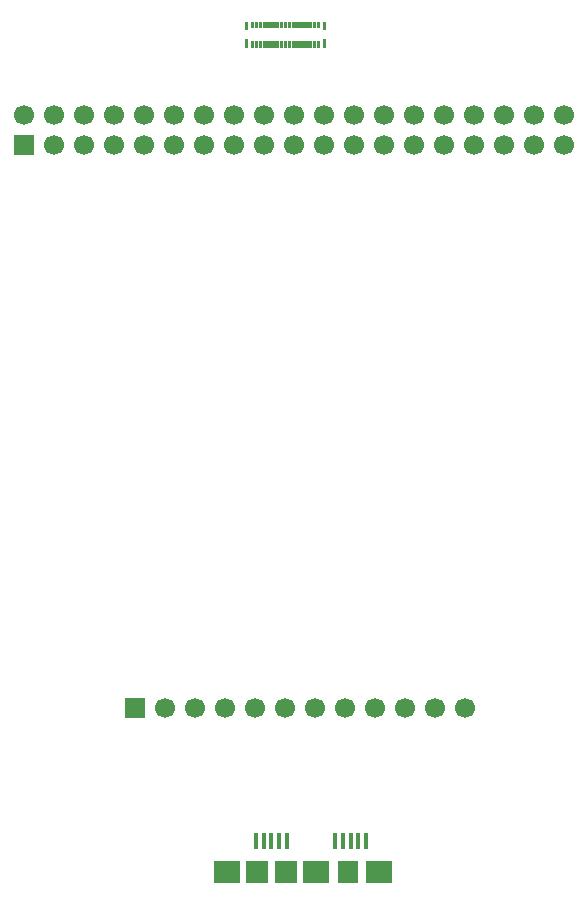
<source format=gbr>
%TF.GenerationSoftware,KiCad,Pcbnew,9.0.7*%
%TF.CreationDate,2026-01-29T21:22:27-07:00*%
%TF.ProjectId,Realsense Adapter,5265616c-7365-46e7-9365-204164617074,1.0-PROTO*%
%TF.SameCoordinates,Original*%
%TF.FileFunction,Soldermask,Top*%
%TF.FilePolarity,Negative*%
%FSLAX46Y46*%
G04 Gerber Fmt 4.6, Leading zero omitted, Abs format (unit mm)*
G04 Created by KiCad (PCBNEW 9.0.7) date 2026-01-29 21:22:27*
%MOMM*%
%LPD*%
G01*
G04 APERTURE LIST*
%ADD10C,0.010000*%
%ADD11R,1.700000X1.700000*%
%ADD12C,1.700000*%
%ADD13R,0.400000X1.350000*%
%ADD14R,2.300000X1.900000*%
%ADD15R,1.900000X1.900000*%
%ADD16R,1.800000X1.900000*%
G04 APERTURE END LIST*
D10*
%TO.C,U1*%
X140800000Y-66355000D02*
X140600000Y-66355000D01*
X140600000Y-65725000D01*
X140800000Y-65725000D01*
X140800000Y-66355000D01*
G36*
X140800000Y-66355000D02*
G01*
X140600000Y-66355000D01*
X140600000Y-65725000D01*
X140800000Y-65725000D01*
X140800000Y-66355000D01*
G37*
X140800000Y-67825000D02*
X140600000Y-67825000D01*
X140600000Y-67195000D01*
X140800000Y-67195000D01*
X140800000Y-67825000D01*
G36*
X140800000Y-67825000D02*
G01*
X140600000Y-67825000D01*
X140600000Y-67195000D01*
X140800000Y-67195000D01*
X140800000Y-67825000D01*
G37*
X141320000Y-66160000D02*
X141100000Y-66160000D01*
X141100000Y-65725000D01*
X141320000Y-65725000D01*
X141320000Y-66160000D01*
G36*
X141320000Y-66160000D02*
G01*
X141100000Y-66160000D01*
X141100000Y-65725000D01*
X141320000Y-65725000D01*
X141320000Y-66160000D01*
G37*
X141320000Y-67825000D02*
X141100000Y-67825000D01*
X141100000Y-67390000D01*
X141320000Y-67390000D01*
X141320000Y-67825000D01*
G36*
X141320000Y-67825000D02*
G01*
X141100000Y-67825000D01*
X141100000Y-67390000D01*
X141320000Y-67390000D01*
X141320000Y-67825000D01*
G37*
X141670000Y-66160000D02*
X141450000Y-66160000D01*
X141450000Y-65725000D01*
X141670000Y-65725000D01*
X141670000Y-66160000D01*
G36*
X141670000Y-66160000D02*
G01*
X141450000Y-66160000D01*
X141450000Y-65725000D01*
X141670000Y-65725000D01*
X141670000Y-66160000D01*
G37*
X141670000Y-67825000D02*
X141450000Y-67825000D01*
X141450000Y-67390000D01*
X141670000Y-67390000D01*
X141670000Y-67825000D01*
G36*
X141670000Y-67825000D02*
G01*
X141450000Y-67825000D01*
X141450000Y-67390000D01*
X141670000Y-67390000D01*
X141670000Y-67825000D01*
G37*
X142020000Y-66160000D02*
X141800000Y-66160000D01*
X141800000Y-65725000D01*
X142020000Y-65725000D01*
X142020000Y-66160000D01*
G36*
X142020000Y-66160000D02*
G01*
X141800000Y-66160000D01*
X141800000Y-65725000D01*
X142020000Y-65725000D01*
X142020000Y-66160000D01*
G37*
X142020000Y-67825000D02*
X141800000Y-67825000D01*
X141800000Y-67390000D01*
X142020000Y-67390000D01*
X142020000Y-67825000D01*
G36*
X142020000Y-67825000D02*
G01*
X141800000Y-67825000D01*
X141800000Y-67390000D01*
X142020000Y-67390000D01*
X142020000Y-67825000D01*
G37*
X142370000Y-66160000D02*
X142150000Y-66160000D01*
X142150000Y-65725000D01*
X142370000Y-65725000D01*
X142370000Y-66160000D01*
G36*
X142370000Y-66160000D02*
G01*
X142150000Y-66160000D01*
X142150000Y-65725000D01*
X142370000Y-65725000D01*
X142370000Y-66160000D01*
G37*
X142370000Y-67825000D02*
X142150000Y-67825000D01*
X142150000Y-67390000D01*
X142370000Y-67390000D01*
X142370000Y-67825000D01*
G36*
X142370000Y-67825000D02*
G01*
X142150000Y-67825000D01*
X142150000Y-67390000D01*
X142370000Y-67390000D01*
X142370000Y-67825000D01*
G37*
X142720000Y-66160000D02*
X142500000Y-66160000D01*
X142500000Y-65725000D01*
X142720000Y-65725000D01*
X142720000Y-66160000D01*
G36*
X142720000Y-66160000D02*
G01*
X142500000Y-66160000D01*
X142500000Y-65725000D01*
X142720000Y-65725000D01*
X142720000Y-66160000D01*
G37*
X142720000Y-67825000D02*
X142500000Y-67825000D01*
X142500000Y-67390000D01*
X142720000Y-67390000D01*
X142720000Y-67825000D01*
G36*
X142720000Y-67825000D02*
G01*
X142500000Y-67825000D01*
X142500000Y-67390000D01*
X142720000Y-67390000D01*
X142720000Y-67825000D01*
G37*
X143070000Y-66160000D02*
X142850000Y-66160000D01*
X142850000Y-65725000D01*
X143070000Y-65725000D01*
X143070000Y-66160000D01*
G36*
X143070000Y-66160000D02*
G01*
X142850000Y-66160000D01*
X142850000Y-65725000D01*
X143070000Y-65725000D01*
X143070000Y-66160000D01*
G37*
X143070000Y-67825000D02*
X142850000Y-67825000D01*
X142850000Y-67390000D01*
X143070000Y-67390000D01*
X143070000Y-67825000D01*
G36*
X143070000Y-67825000D02*
G01*
X142850000Y-67825000D01*
X142850000Y-67390000D01*
X143070000Y-67390000D01*
X143070000Y-67825000D01*
G37*
X143420000Y-66160000D02*
X143200000Y-66160000D01*
X143200000Y-65725000D01*
X143420000Y-65725000D01*
X143420000Y-66160000D01*
G36*
X143420000Y-66160000D02*
G01*
X143200000Y-66160000D01*
X143200000Y-65725000D01*
X143420000Y-65725000D01*
X143420000Y-66160000D01*
G37*
X143420000Y-67825000D02*
X143200000Y-67825000D01*
X143200000Y-67390000D01*
X143420000Y-67390000D01*
X143420000Y-67825000D01*
G36*
X143420000Y-67825000D02*
G01*
X143200000Y-67825000D01*
X143200000Y-67390000D01*
X143420000Y-67390000D01*
X143420000Y-67825000D01*
G37*
X143770000Y-66160000D02*
X143550000Y-66160000D01*
X143550000Y-65725000D01*
X143770000Y-65725000D01*
X143770000Y-66160000D01*
G36*
X143770000Y-66160000D02*
G01*
X143550000Y-66160000D01*
X143550000Y-65725000D01*
X143770000Y-65725000D01*
X143770000Y-66160000D01*
G37*
X143770000Y-67825000D02*
X143550000Y-67825000D01*
X143550000Y-67390000D01*
X143770000Y-67390000D01*
X143770000Y-67825000D01*
G36*
X143770000Y-67825000D02*
G01*
X143550000Y-67825000D01*
X143550000Y-67390000D01*
X143770000Y-67390000D01*
X143770000Y-67825000D01*
G37*
X144120000Y-66160000D02*
X143900000Y-66160000D01*
X143900000Y-65725000D01*
X144120000Y-65725000D01*
X144120000Y-66160000D01*
G36*
X144120000Y-66160000D02*
G01*
X143900000Y-66160000D01*
X143900000Y-65725000D01*
X144120000Y-65725000D01*
X144120000Y-66160000D01*
G37*
X144120000Y-67825000D02*
X143900000Y-67825000D01*
X143900000Y-67390000D01*
X144120000Y-67390000D01*
X144120000Y-67825000D01*
G36*
X144120000Y-67825000D02*
G01*
X143900000Y-67825000D01*
X143900000Y-67390000D01*
X144120000Y-67390000D01*
X144120000Y-67825000D01*
G37*
X144470000Y-66160000D02*
X144250000Y-66160000D01*
X144250000Y-65725000D01*
X144470000Y-65725000D01*
X144470000Y-66160000D01*
G36*
X144470000Y-66160000D02*
G01*
X144250000Y-66160000D01*
X144250000Y-65725000D01*
X144470000Y-65725000D01*
X144470000Y-66160000D01*
G37*
X144470000Y-67825000D02*
X144250000Y-67825000D01*
X144250000Y-67390000D01*
X144470000Y-67390000D01*
X144470000Y-67825000D01*
G36*
X144470000Y-67825000D02*
G01*
X144250000Y-67825000D01*
X144250000Y-67390000D01*
X144470000Y-67390000D01*
X144470000Y-67825000D01*
G37*
X144820000Y-66160000D02*
X144600000Y-66160000D01*
X144600000Y-65725000D01*
X144820000Y-65725000D01*
X144820000Y-66160000D01*
G36*
X144820000Y-66160000D02*
G01*
X144600000Y-66160000D01*
X144600000Y-65725000D01*
X144820000Y-65725000D01*
X144820000Y-66160000D01*
G37*
X144820000Y-67825000D02*
X144600000Y-67825000D01*
X144600000Y-67390000D01*
X144820000Y-67390000D01*
X144820000Y-67825000D01*
G36*
X144820000Y-67825000D02*
G01*
X144600000Y-67825000D01*
X144600000Y-67390000D01*
X144820000Y-67390000D01*
X144820000Y-67825000D01*
G37*
X145170000Y-66160000D02*
X144950000Y-66160000D01*
X144950000Y-65725000D01*
X145170000Y-65725000D01*
X145170000Y-66160000D01*
G36*
X145170000Y-66160000D02*
G01*
X144950000Y-66160000D01*
X144950000Y-65725000D01*
X145170000Y-65725000D01*
X145170000Y-66160000D01*
G37*
X145170000Y-67825000D02*
X144950000Y-67825000D01*
X144950000Y-67390000D01*
X145170000Y-67390000D01*
X145170000Y-67825000D01*
G36*
X145170000Y-67825000D02*
G01*
X144950000Y-67825000D01*
X144950000Y-67390000D01*
X145170000Y-67390000D01*
X145170000Y-67825000D01*
G37*
X145520000Y-66160000D02*
X145300000Y-66160000D01*
X145300000Y-65725000D01*
X145520000Y-65725000D01*
X145520000Y-66160000D01*
G36*
X145520000Y-66160000D02*
G01*
X145300000Y-66160000D01*
X145300000Y-65725000D01*
X145520000Y-65725000D01*
X145520000Y-66160000D01*
G37*
X145520000Y-67825000D02*
X145300000Y-67825000D01*
X145300000Y-67390000D01*
X145520000Y-67390000D01*
X145520000Y-67825000D01*
G36*
X145520000Y-67825000D02*
G01*
X145300000Y-67825000D01*
X145300000Y-67390000D01*
X145520000Y-67390000D01*
X145520000Y-67825000D01*
G37*
X145870000Y-66160000D02*
X145650000Y-66160000D01*
X145650000Y-65725000D01*
X145870000Y-65725000D01*
X145870000Y-66160000D01*
G36*
X145870000Y-66160000D02*
G01*
X145650000Y-66160000D01*
X145650000Y-65725000D01*
X145870000Y-65725000D01*
X145870000Y-66160000D01*
G37*
X145870000Y-67825000D02*
X145650000Y-67825000D01*
X145650000Y-67390000D01*
X145870000Y-67390000D01*
X145870000Y-67825000D01*
G36*
X145870000Y-67825000D02*
G01*
X145650000Y-67825000D01*
X145650000Y-67390000D01*
X145870000Y-67390000D01*
X145870000Y-67825000D01*
G37*
X146220000Y-66160000D02*
X146000000Y-66160000D01*
X146000000Y-65725000D01*
X146220000Y-65725000D01*
X146220000Y-66160000D01*
G36*
X146220000Y-66160000D02*
G01*
X146000000Y-66160000D01*
X146000000Y-65725000D01*
X146220000Y-65725000D01*
X146220000Y-66160000D01*
G37*
X146220000Y-67825000D02*
X146000000Y-67825000D01*
X146000000Y-67390000D01*
X146220000Y-67390000D01*
X146220000Y-67825000D01*
G36*
X146220000Y-67825000D02*
G01*
X146000000Y-67825000D01*
X146000000Y-67390000D01*
X146220000Y-67390000D01*
X146220000Y-67825000D01*
G37*
X146570000Y-66160000D02*
X146350000Y-66160000D01*
X146350000Y-65725000D01*
X146570000Y-65725000D01*
X146570000Y-66160000D01*
G36*
X146570000Y-66160000D02*
G01*
X146350000Y-66160000D01*
X146350000Y-65725000D01*
X146570000Y-65725000D01*
X146570000Y-66160000D01*
G37*
X146570000Y-67825000D02*
X146350000Y-67825000D01*
X146350000Y-67390000D01*
X146570000Y-67390000D01*
X146570000Y-67825000D01*
G36*
X146570000Y-67825000D02*
G01*
X146350000Y-67825000D01*
X146350000Y-67390000D01*
X146570000Y-67390000D01*
X146570000Y-67825000D01*
G37*
X146920000Y-66160000D02*
X146700000Y-66160000D01*
X146700000Y-65725000D01*
X146920000Y-65725000D01*
X146920000Y-66160000D01*
G36*
X146920000Y-66160000D02*
G01*
X146700000Y-66160000D01*
X146700000Y-65725000D01*
X146920000Y-65725000D01*
X146920000Y-66160000D01*
G37*
X146920000Y-67825000D02*
X146700000Y-67825000D01*
X146700000Y-67390000D01*
X146920000Y-67390000D01*
X146920000Y-67825000D01*
G36*
X146920000Y-67825000D02*
G01*
X146700000Y-67825000D01*
X146700000Y-67390000D01*
X146920000Y-67390000D01*
X146920000Y-67825000D01*
G37*
X147420000Y-66355000D02*
X147220000Y-66355000D01*
X147220000Y-65725000D01*
X147420000Y-65725000D01*
X147420000Y-66355000D01*
G36*
X147420000Y-66355000D02*
G01*
X147220000Y-66355000D01*
X147220000Y-65725000D01*
X147420000Y-65725000D01*
X147420000Y-66355000D01*
G37*
X147420000Y-67825000D02*
X147220000Y-67825000D01*
X147220000Y-67195000D01*
X147420000Y-67195000D01*
X147420000Y-67825000D01*
G36*
X147420000Y-67825000D02*
G01*
X147220000Y-67825000D01*
X147220000Y-67195000D01*
X147420000Y-67195000D01*
X147420000Y-67825000D01*
G37*
%TD*%
D11*
%TO.C,J2*%
X121920000Y-76200000D03*
D12*
X121920000Y-73660000D03*
X124460000Y-76200000D03*
X124460000Y-73660000D03*
X127000000Y-76200000D03*
X127000000Y-73660000D03*
X129540000Y-76200000D03*
X129540000Y-73660000D03*
X132080000Y-76200000D03*
X132080000Y-73660000D03*
X134620000Y-76200000D03*
X134620000Y-73660000D03*
X137160000Y-76200000D03*
X137160000Y-73660000D03*
X139700000Y-76200000D03*
X139700000Y-73660000D03*
X142240000Y-76200000D03*
X142240000Y-73660000D03*
X144780000Y-76200000D03*
X144780000Y-73660000D03*
X147320000Y-76200000D03*
X147320000Y-73660000D03*
X149860000Y-76200000D03*
X149860000Y-73660000D03*
X152400000Y-76200000D03*
X152400000Y-73660000D03*
X154940000Y-76200000D03*
X154940000Y-73660000D03*
X157480000Y-76200000D03*
X157480000Y-73660000D03*
X160020000Y-76200000D03*
X160020000Y-73660000D03*
X162560000Y-76200000D03*
X162560000Y-73660000D03*
X165100000Y-76200000D03*
X165100000Y-73660000D03*
X167640000Y-76200000D03*
X167640000Y-73660000D03*
%TD*%
D11*
%TO.C,J3*%
X131320000Y-123835900D03*
D12*
X133860000Y-123835900D03*
X136400000Y-123835900D03*
X138940000Y-123835900D03*
X141480000Y-123835900D03*
X144020000Y-123835900D03*
X146560000Y-123835900D03*
X149100000Y-123835900D03*
X151640000Y-123835900D03*
X154180000Y-123835900D03*
X156720000Y-123835900D03*
X159260000Y-123835900D03*
%TD*%
D13*
%TO.C,J1*%
X141560000Y-135060900D03*
X142210000Y-135060900D03*
X142860000Y-135060900D03*
X143510000Y-135060900D03*
X144160000Y-135060900D03*
X148260000Y-135060900D03*
X148910000Y-135060900D03*
X149560000Y-135060900D03*
X150210000Y-135060900D03*
X150860000Y-135060900D03*
D14*
X139110000Y-137735900D03*
D15*
X141660000Y-137735900D03*
X144060000Y-137735900D03*
D14*
X146610000Y-137735900D03*
D16*
X149360000Y-137735900D03*
D14*
X151960000Y-137735900D03*
%TD*%
M02*

</source>
